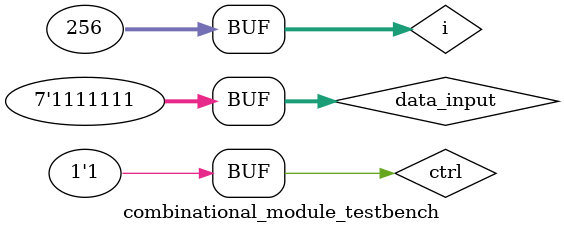
<source format=v>
module combinational_module_testbench;

    reg [6 : 0] data_input;
    reg ctrl;
    wire [7 : 0] data_output;

    combinational_module combinational_module_instance
    (
        .data_input(data_input),
        .ctrl(ctrl),
        .data_output(data_output)
    );
    
    integer i;
    
    initial 
        for (i = 0; i < 2 ** 8; i = i + 1) begin
            {ctrl, data_input} = i;
            #5;
        end
    
    always @(data_output) begin
        $display("===============================");
        $display("time        = %d", $time);
        $display("ctrl        = %d", ctrl);
        $display("data_input  = %d", data_input);
        $display("data_output = %d", data_output);
    end
    

endmodule
</source>
